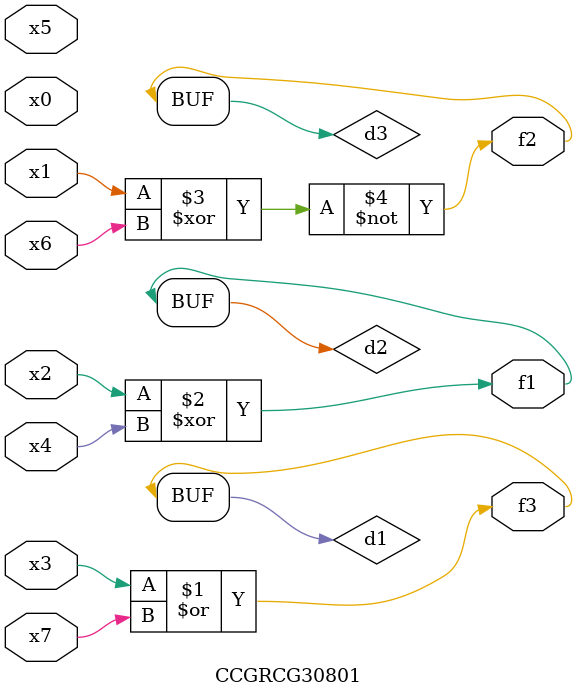
<source format=v>
module CCGRCG30801(
	input x0, x1, x2, x3, x4, x5, x6, x7,
	output f1, f2, f3
);

	wire d1, d2, d3;

	or (d1, x3, x7);
	xor (d2, x2, x4);
	xnor (d3, x1, x6);
	assign f1 = d2;
	assign f2 = d3;
	assign f3 = d1;
endmodule

</source>
